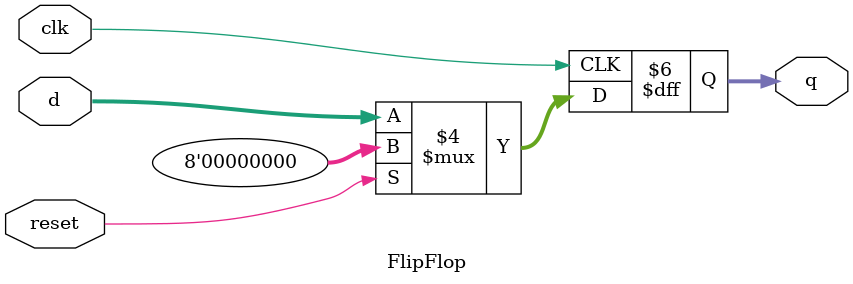
<source format=v>
`timescale 1ns / 1ps


module FlipFlop(
    input clk,
    input reset,
    input [7:0] d,
    output reg [7:0] q
    );
    
    always @(posedge clk)
    begin
        if (reset == 1)
            q <= 8'b0;
        else
            q <= d;
    end
endmodule

</source>
